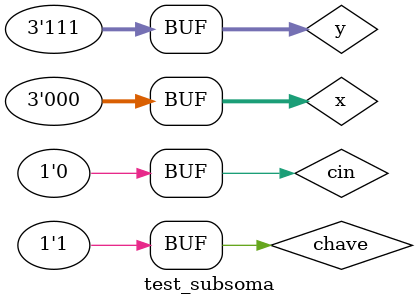
<source format=v>

module fullAdder (soma, cout, a, b, cin);
	input a, b, cin;
	output soma, cout;
	wire s1, c1, c2;
	
	xor (s1, a, b);
	and (c1, a, b);
	xor (soma, s1, cin);
	and (c2, s1, cin);
	or (cout, c1, c2);
endmodule

// -------------------------
// full adder 3bits
// -------------------------
module fullAdder3 (soma, cout, a, b, cin);
	output [2:0] soma;
	output  cout;
	input [2:0] a, b;
	input cin;
	wire c3, c2, c1;
	
	  fullAdder  fa0 (soma[0], c1, a[0], b[0], cin);
	  fullAdder  fa1 (soma[1], c2, a[1], b[1], c1);
	  fullAdder  fa2 (soma[2], cout, a[2], b[2], c2);
endmodule

// -------------------------
// full Diff
// -------------------------
module fullDiff (soma, cout, a, b, cin);
	input a, b, cin; 
	output soma, cout;
	wire s1, s2, s3, c1, c2;
	
	xor (s1, a, b);
	not (s2, a);
	and (c1, s2, b);
	xor (soma, s1, cin);
	not (s3, s1);
	and (c2, s3, cin);
	or (cout, c1, c2);
endmodule

// -------------------------
// full Diff 3bits
// -------------------------
module fullDiff3 (soma, cout, a, b, cin);
	output [2:0] soma;
	output  cout;
	input [2:0] a, b;
	input cin;
	wire c3, c2, c1;
	
	  fullDiff  fa0 (soma[0], c1, a[0], b[0], cin);
	  fullDiff  fa1 (soma[1], c2, a[1], b[1], c1);
	  fullDiff  fa2 (soma[2], cout, a[2], b[2], c2);
endmodule

// -------------------------
// Zero Flag
// -------------------------
module zeroflag(output s, input[2:0] entrada);
	nor(s,entrada[0],entrada[1],entrada[2]);
endmodule

module AU(output[2:0] s, output cout, input[2:0] a,input[2:0] b, input cin, input chave);
	wire[2:0] s1, s2;
	wire c1, c2;
	
	fullDiff3 fd1(s1,c1,a,b,cin);
	fullAdder3 fa1(s2,c2,a,b,cin);
	
	assign s = chave? s1: s2;
	assign cout = chave? c1: c2;
endmodule

module test_subsoma;
	// ------------------------- definir dados
	reg [2:0] x;
	reg [2:0] y;
	reg cin;
	reg chave;
	wire zf;
	wire cout;
	wire[2:0] resultado;
	
	AU au1(resultado, cout, x, y, cin, chave);
	zeroflag zf1(zf, resultado);
	// ------------------------- parte principal
	initial begin
		$display("Exemplo0032 - Marcio Enio Gonçalves Dutra Junior - 441698");
		$display("Test");
		
		chave = 0; cin = 0;
		#1 x = 3'b000; y = 3'b000;
		
		$monitor ("%b + %b = %b		Zero: %b",x,y,resultado,zf);
		#1 x = 3'b000; y = 3'b001;
		#1 x = 3'b010; y = 3'b010;
		#1 x = 3'b001; y = 3'b011;
		#1 x = 3'b001; y = 3'b100;
		#1 x = 3'b000; y = 3'b101;
		#1 x = 3'b110; y = 3'b110;
		#1 x = 3'b000; y = 3'b111;
		$monitor ("%b - %b = %b		Zero: %b",x,y,resultado,zf);
		chave = 1;
		#1 x = 3'b000; y = 3'b000;
		#1 x = 3'b000; y = 3'b001;
		#1 x = 3'b010; y = 3'b010;
		#1 x = 3'b001; y = 3'b011;
		#1 x = 3'b001; y = 3'b100;
		#1 x = 3'b000; y = 3'b101;
		#1 x = 3'b110; y = 3'b110;
		#1 x = 3'b000; y = 3'b111;
	end
endmodule


</source>
